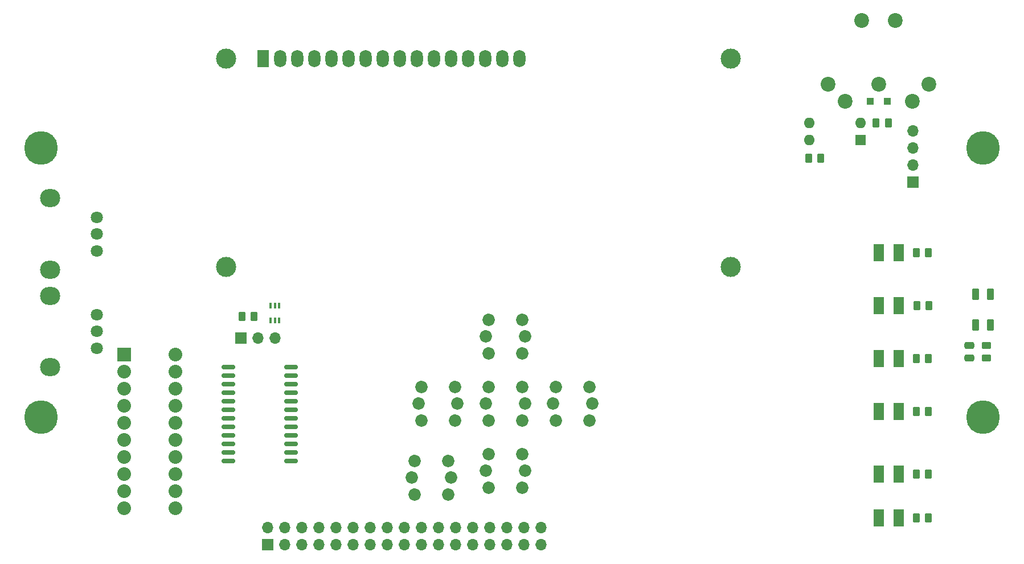
<source format=gts>
G04 #@! TF.GenerationSoftware,KiCad,Pcbnew,(6.0.2)*
G04 #@! TF.CreationDate,2022-08-07T22:21:35-07:00*
G04 #@! TF.ProjectId,LightDrumInterface,4c696768-7444-4727-956d-496e74657266,rev?*
G04 #@! TF.SameCoordinates,Original*
G04 #@! TF.FileFunction,Soldermask,Top*
G04 #@! TF.FilePolarity,Negative*
%FSLAX46Y46*%
G04 Gerber Fmt 4.6, Leading zero omitted, Abs format (unit mm)*
G04 Created by KiCad (PCBNEW (6.0.2)) date 2022-08-07 22:21:35*
%MOMM*%
%LPD*%
G01*
G04 APERTURE LIST*
G04 Aperture macros list*
%AMRoundRect*
0 Rectangle with rounded corners*
0 $1 Rounding radius*
0 $2 $3 $4 $5 $6 $7 $8 $9 X,Y pos of 4 corners*
0 Add a 4 corners polygon primitive as box body*
4,1,4,$2,$3,$4,$5,$6,$7,$8,$9,$2,$3,0*
0 Add four circle primitives for the rounded corners*
1,1,$1+$1,$2,$3*
1,1,$1+$1,$4,$5*
1,1,$1+$1,$6,$7*
1,1,$1+$1,$8,$9*
0 Add four rect primitives between the rounded corners*
20,1,$1+$1,$2,$3,$4,$5,0*
20,1,$1+$1,$4,$5,$6,$7,0*
20,1,$1+$1,$6,$7,$8,$9,0*
20,1,$1+$1,$8,$9,$2,$3,0*%
G04 Aperture macros list end*
%ADD10C,2.200000*%
%ADD11R,1.500000X2.600000*%
%ADD12RoundRect,0.250000X-0.262500X-0.450000X0.262500X-0.450000X0.262500X0.450000X-0.262500X0.450000X0*%
%ADD13RoundRect,0.250000X0.475000X-0.250000X0.475000X0.250000X-0.475000X0.250000X-0.475000X-0.250000X0*%
%ADD14C,5.000000*%
%ADD15RoundRect,0.150000X-0.875000X-0.150000X0.875000X-0.150000X0.875000X0.150000X-0.875000X0.150000X0*%
%ADD16R,1.000000X1.000000*%
%ADD17R,2.032000X2.032000*%
%ADD18C,2.032000*%
%ADD19C,1.850000*%
%ADD20R,1.600000X1.600000*%
%ADD21O,1.600000X1.600000*%
%ADD22R,1.700000X1.700000*%
%ADD23O,1.700000X1.700000*%
%ADD24RoundRect,0.250000X0.450000X-0.262500X0.450000X0.262500X-0.450000X0.262500X-0.450000X-0.262500X0*%
%ADD25RoundRect,0.165000X0.385000X-0.710000X0.385000X0.710000X-0.385000X0.710000X-0.385000X-0.710000X0*%
%ADD26R,0.400000X0.900000*%
%ADD27O,3.000000X2.700000*%
%ADD28C,1.800000*%
%ADD29RoundRect,0.250000X0.262500X0.450000X-0.262500X0.450000X-0.262500X-0.450000X0.262500X-0.450000X0*%
%ADD30C,3.000000*%
%ADD31R,1.800000X2.600000*%
%ADD32O,1.800000X2.600000*%
G04 APERTURE END LIST*
D10*
X150940000Y-40500000D03*
X158440000Y-40500000D03*
X165940000Y-40500000D03*
X153440000Y-43000000D03*
X163440000Y-43000000D03*
X155940000Y-31000000D03*
X160940000Y-31000000D03*
D11*
X161440000Y-73400000D03*
X158440000Y-73400000D03*
D12*
X164115000Y-73400000D03*
X165940000Y-73400000D03*
D13*
X171940000Y-81200000D03*
X171940000Y-79300000D03*
D14*
X33940000Y-90000000D03*
X33940000Y-50000000D03*
D15*
X61790000Y-82515000D03*
X61790000Y-83785000D03*
X61790000Y-85055000D03*
X61790000Y-86325000D03*
X61790000Y-87595000D03*
X61790000Y-88865000D03*
X61790000Y-90135000D03*
X61790000Y-91405000D03*
X61790000Y-92675000D03*
X61790000Y-93945000D03*
X61790000Y-95215000D03*
X61790000Y-96485000D03*
X71090000Y-96485000D03*
X71090000Y-95215000D03*
X71090000Y-93945000D03*
X71090000Y-92675000D03*
X71090000Y-91405000D03*
X71090000Y-90135000D03*
X71090000Y-88865000D03*
X71090000Y-87595000D03*
X71090000Y-86325000D03*
X71090000Y-85055000D03*
X71090000Y-83785000D03*
X71090000Y-82515000D03*
D16*
X157190000Y-43000000D03*
X159690000Y-43000000D03*
D11*
X161440000Y-105000000D03*
X158440000Y-105000000D03*
D12*
X63777500Y-75000000D03*
X65602500Y-75000000D03*
D17*
X46237500Y-80677500D03*
D18*
X46237500Y-83217500D03*
X46237500Y-85757500D03*
X46237500Y-88297500D03*
X46237500Y-90837500D03*
X46237500Y-93377500D03*
X46237500Y-95917500D03*
X46237500Y-98457500D03*
X46237500Y-100997500D03*
X46237500Y-103537500D03*
X53857500Y-103537500D03*
X53857500Y-100997500D03*
X53857500Y-98457500D03*
X53857500Y-95917500D03*
X53857500Y-93377500D03*
X53857500Y-90837500D03*
X53857500Y-88297500D03*
X53857500Y-85757500D03*
X53857500Y-83217500D03*
X53857500Y-80677500D03*
D19*
X89440000Y-96500000D03*
X94440000Y-96500000D03*
X89440000Y-101500000D03*
X94440000Y-101500000D03*
X89040000Y-99000000D03*
X94840000Y-99000000D03*
X110440000Y-85500000D03*
X115440000Y-85500000D03*
X110440000Y-90500000D03*
X115440000Y-90500000D03*
X110040000Y-88000000D03*
X115840000Y-88000000D03*
X100440000Y-75500000D03*
X105440000Y-75500000D03*
X100440000Y-80500000D03*
X105440000Y-80500000D03*
X100040000Y-78000000D03*
X105840000Y-78000000D03*
D20*
X155740000Y-48775000D03*
D21*
X155740000Y-46235000D03*
X148120000Y-46235000D03*
X148120000Y-48775000D03*
D12*
X164027500Y-98500000D03*
X165852500Y-98500000D03*
D11*
X161440000Y-81300000D03*
X158440000Y-81300000D03*
D22*
X63650000Y-78250000D03*
D23*
X66190000Y-78250000D03*
X68730000Y-78250000D03*
D12*
X164027500Y-89200000D03*
X165852500Y-89200000D03*
D14*
X173940000Y-90000000D03*
D24*
X174440000Y-81162500D03*
X174440000Y-79337500D03*
D19*
X100440000Y-95500000D03*
X105440000Y-95500000D03*
X100440000Y-100500000D03*
X105440000Y-100500000D03*
X100040000Y-98000000D03*
X105840000Y-98000000D03*
D12*
X164027500Y-81300000D03*
X165852500Y-81300000D03*
D14*
X173940000Y-50000000D03*
D11*
X161440000Y-65500000D03*
X158440000Y-65500000D03*
D22*
X163500000Y-55000000D03*
D23*
X163500000Y-52460000D03*
X163500000Y-49920000D03*
X163500000Y-47380000D03*
D11*
X161440000Y-89200000D03*
X158440000Y-89200000D03*
D25*
X172865000Y-76250000D03*
X172865000Y-71750000D03*
X175015000Y-76250000D03*
X175015000Y-71750000D03*
D26*
X69340000Y-73400000D03*
X68690000Y-73400000D03*
X68040000Y-73400000D03*
X68040000Y-75600000D03*
X68690000Y-75600000D03*
X69340000Y-75600000D03*
D19*
X90440000Y-85500000D03*
X95440000Y-85500000D03*
X90440000Y-90500000D03*
X95440000Y-90500000D03*
X90040000Y-88000000D03*
X95840000Y-88000000D03*
D27*
X35250000Y-82550000D03*
X35250000Y-71950000D03*
D28*
X42250000Y-79750000D03*
X42250000Y-77250000D03*
X42250000Y-74750000D03*
D12*
X164027500Y-105000000D03*
X165852500Y-105000000D03*
D19*
X100440000Y-85500000D03*
X105440000Y-85500000D03*
X100440000Y-90500000D03*
X105440000Y-90500000D03*
X100040000Y-88000000D03*
X105840000Y-88000000D03*
D29*
X159852500Y-46250000D03*
X158027500Y-46250000D03*
D30*
X61440900Y-36642500D03*
X136440000Y-36642500D03*
X136439480Y-67643200D03*
X61440900Y-67643200D03*
D31*
X66940000Y-36642500D03*
D32*
X69480000Y-36642500D03*
X72020000Y-36642500D03*
X74560000Y-36642500D03*
X77100000Y-36642500D03*
X79640000Y-36642500D03*
X82180000Y-36642500D03*
X84720000Y-36642500D03*
X87260000Y-36642500D03*
X89800000Y-36642500D03*
X92340000Y-36642500D03*
X94880000Y-36642500D03*
X97420000Y-36642500D03*
X99960000Y-36642500D03*
X102500000Y-36642500D03*
X105040000Y-36642500D03*
D11*
X161440000Y-98500000D03*
X158440000Y-98500000D03*
D27*
X35250000Y-68050000D03*
X35250000Y-57450000D03*
D28*
X42250000Y-65250000D03*
X42250000Y-62750000D03*
X42250000Y-60250000D03*
D12*
X164027500Y-65500000D03*
X165852500Y-65500000D03*
X148027500Y-51500000D03*
X149852500Y-51500000D03*
D22*
X67640000Y-109000000D03*
D23*
X67640000Y-106460000D03*
X70180000Y-109000000D03*
X70180000Y-106460000D03*
X72720000Y-109000000D03*
X72720000Y-106460000D03*
X75260000Y-109000000D03*
X75260000Y-106460000D03*
X77800000Y-109000000D03*
X77800000Y-106460000D03*
X80340000Y-109000000D03*
X80340000Y-106460000D03*
X82880000Y-109000000D03*
X82880000Y-106460000D03*
X85420000Y-109000000D03*
X85420000Y-106460000D03*
X87960000Y-109000000D03*
X87960000Y-106460000D03*
X90500000Y-109000000D03*
X90500000Y-106460000D03*
X93040000Y-109000000D03*
X93040000Y-106460000D03*
X95580000Y-109000000D03*
X95580000Y-106460000D03*
X98120000Y-109000000D03*
X98120000Y-106460000D03*
X100660000Y-109000000D03*
X100660000Y-106460000D03*
X103200000Y-109000000D03*
X103200000Y-106460000D03*
X105740000Y-109000000D03*
X105740000Y-106460000D03*
X108280000Y-109000000D03*
X108280000Y-106460000D03*
M02*

</source>
